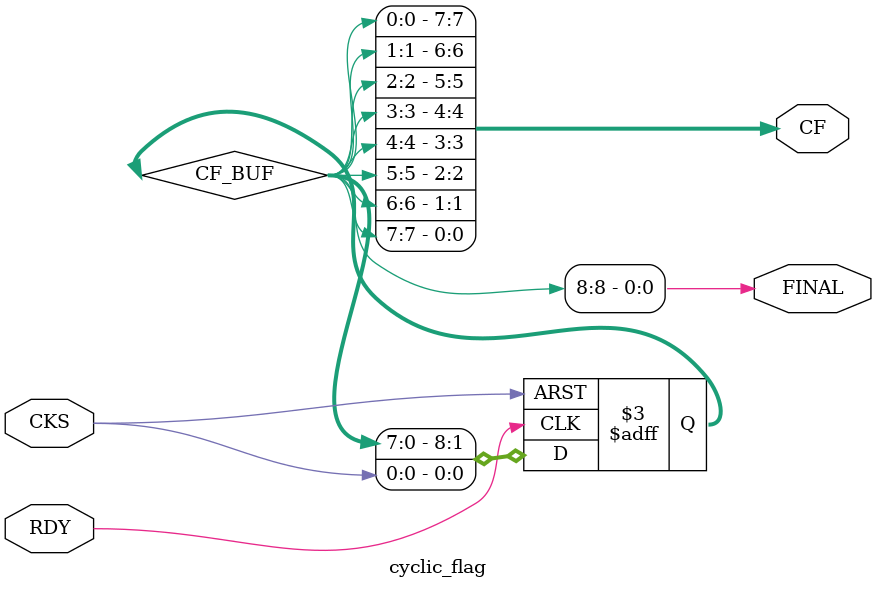
<source format=v>
`timescale 1ns / 1ps


module cyclic_flag(
    input RDY,
    input CKS,
    output FINAL,
    output [0:7] CF
    );
    reg [8:0] CF_BUF;
    always @(posedge RDY or negedge CKS) begin
        if (!CKS)
            CF_BUF <= 9'b0;
        else
            CF_BUF <= {CF_BUF[8:0], CKS}; // Shift register dengan input EN
    end
    assign CF = {CF_BUF[0], CF_BUF[1], CF_BUF[2], CF_BUF[3], CF_BUF[4], CF_BUF[5], CF_BUF[6], CF_BUF[7]};
    assign FINAL = CF_BUF[8];
endmodule
</source>
